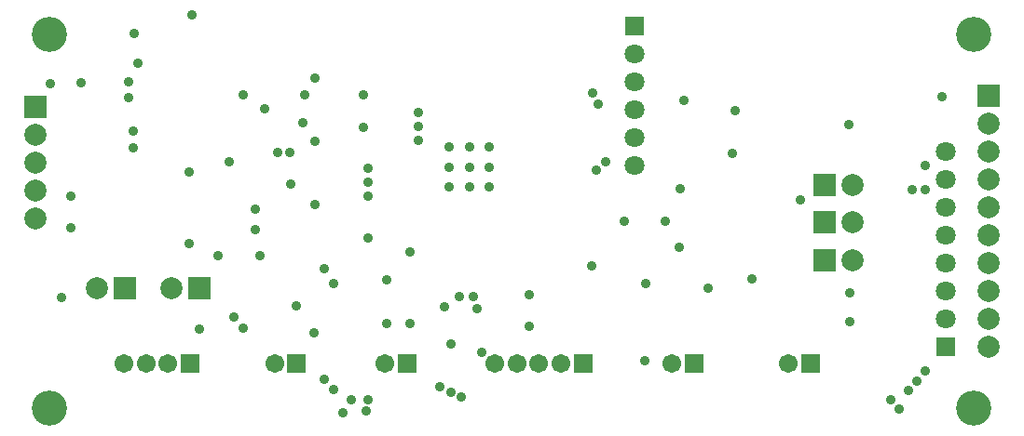
<source format=gbs>
G04 Layer_Color=16711935*
%FSLAX43Y43*%
%MOMM*%
G71*
G01*
G75*
%ADD65C,1.803*%
%ADD66R,1.803X1.803*%
%ADD67R,1.703X1.703*%
%ADD68C,1.703*%
%ADD69C,3.203*%
%ADD70C,2.003*%
%ADD71R,2.003X2.003*%
%ADD72R,2.003X2.003*%
%ADD73C,0.903*%
D65*
X84475Y26400D02*
D03*
Y21320D02*
D03*
Y18780D02*
D03*
Y11160D02*
D03*
Y13700D02*
D03*
Y16240D02*
D03*
Y23860D02*
D03*
X56200Y30155D02*
D03*
Y32695D02*
D03*
Y35235D02*
D03*
Y27615D02*
D03*
Y25075D02*
D03*
D66*
X84475Y8620D02*
D03*
X56200Y37775D02*
D03*
D67*
X15800Y7050D02*
D03*
X61580D02*
D03*
X25470D02*
D03*
X35540D02*
D03*
X72150D02*
D03*
X51510D02*
D03*
D68*
X13800D02*
D03*
X11800D02*
D03*
X9800D02*
D03*
X59580D02*
D03*
X23470D02*
D03*
X33540D02*
D03*
X70150D02*
D03*
X43510D02*
D03*
X45510D02*
D03*
X47510D02*
D03*
X49510D02*
D03*
D69*
X87000Y3000D02*
D03*
Y37000D02*
D03*
X3000D02*
D03*
Y3000D02*
D03*
D70*
X75995Y23325D02*
D03*
Y16475D02*
D03*
Y19900D02*
D03*
X7330Y13900D02*
D03*
X14130D02*
D03*
X88400Y26400D02*
D03*
Y23860D02*
D03*
Y21320D02*
D03*
Y18780D02*
D03*
Y16240D02*
D03*
Y13700D02*
D03*
Y11160D02*
D03*
Y28940D02*
D03*
Y8620D02*
D03*
X1750Y22810D02*
D03*
Y25350D02*
D03*
Y27890D02*
D03*
Y20270D02*
D03*
D71*
X73455Y23325D02*
D03*
Y16475D02*
D03*
Y19900D02*
D03*
X9870Y13900D02*
D03*
X16670D02*
D03*
D72*
X88400Y31480D02*
D03*
X1750Y30430D02*
D03*
D73*
X10725Y37141D02*
D03*
X11047Y34411D02*
D03*
X5868Y32619D02*
D03*
X3089Y32551D02*
D03*
X40475Y3988D02*
D03*
X16670Y10200D02*
D03*
X42300Y8050D02*
D03*
X52400Y31675D02*
D03*
X39500Y8850D02*
D03*
X41850Y12075D02*
D03*
X20625Y10275D02*
D03*
X19775Y11325D02*
D03*
X26240Y31490D02*
D03*
X26070Y28950D02*
D03*
X19325Y25450D02*
D03*
X66850Y14775D02*
D03*
X10175Y31250D02*
D03*
X10675Y28200D02*
D03*
Y26700D02*
D03*
X55250Y19975D02*
D03*
X65059Y26175D02*
D03*
X24925Y23400D02*
D03*
X27050Y9875D02*
D03*
X33690Y10725D02*
D03*
X57150Y7300D02*
D03*
X65309Y30075D02*
D03*
X62900Y13950D02*
D03*
X84167Y31325D02*
D03*
X81425Y22900D02*
D03*
X60225Y17662D02*
D03*
X23800Y26250D02*
D03*
X24900D02*
D03*
X22610Y30220D02*
D03*
X18325Y16900D02*
D03*
X27975Y15650D02*
D03*
Y5575D02*
D03*
X28850Y14300D02*
D03*
X27150Y21550D02*
D03*
X28850Y4675D02*
D03*
X10200Y32750D02*
D03*
X25450Y12300D02*
D03*
X21750Y19250D02*
D03*
Y21150D02*
D03*
X22138Y16900D02*
D03*
X15750Y24483D02*
D03*
Y17975D02*
D03*
X4925Y19425D02*
D03*
X4123Y13100D02*
D03*
X4925Y22304D02*
D03*
X80275Y2875D02*
D03*
X39475Y4467D02*
D03*
X38485Y4975D02*
D03*
X29671Y2529D02*
D03*
X31960Y23570D02*
D03*
X30425Y3750D02*
D03*
X31800Y2700D02*
D03*
X79500Y3750D02*
D03*
X31960Y3790D02*
D03*
Y18490D02*
D03*
X81050Y4575D02*
D03*
X33690Y14675D02*
D03*
X31960Y24840D02*
D03*
Y22300D02*
D03*
X81850Y5425D02*
D03*
X35800Y10725D02*
D03*
Y17220D02*
D03*
X38920Y12225D02*
D03*
X40285Y13125D02*
D03*
X82625Y6375D02*
D03*
X41555Y13125D02*
D03*
X20640Y31490D02*
D03*
X16000Y38800D02*
D03*
X27175Y27325D02*
D03*
X31530Y31565D02*
D03*
Y28520D02*
D03*
X71300Y21925D02*
D03*
X82625Y25120D02*
D03*
Y22925D02*
D03*
X75750Y13500D02*
D03*
Y10825D02*
D03*
X46635Y10440D02*
D03*
Y13340D02*
D03*
X57225Y14375D02*
D03*
X52325Y15950D02*
D03*
X58975Y19975D02*
D03*
X60325Y22950D02*
D03*
X52750Y24625D02*
D03*
X53550Y25400D02*
D03*
X43000Y23150D02*
D03*
X41190D02*
D03*
X39380D02*
D03*
X43000Y26770D02*
D03*
X39380D02*
D03*
X41190D02*
D03*
X39380Y24960D02*
D03*
X43000D02*
D03*
X41190D02*
D03*
X36520Y27380D02*
D03*
Y28650D02*
D03*
X60700Y31000D02*
D03*
X75625Y28825D02*
D03*
X52855Y30700D02*
D03*
X36520Y29920D02*
D03*
X27125Y33075D02*
D03*
M02*

</source>
